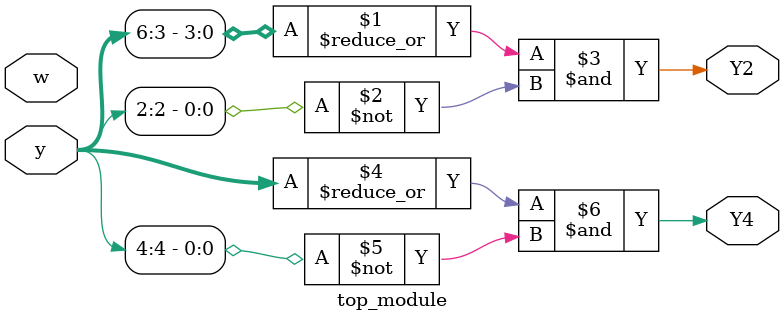
<source format=sv>
module top_module (
	input [6:1] y,
	input w,
	output Y2,
	output Y4
);
 
  assign Y2 = (|y[6:3] & ~y[2]);
  assign Y4 = (|y[6:1] & ~y[4]);
 
endmodule

</source>
